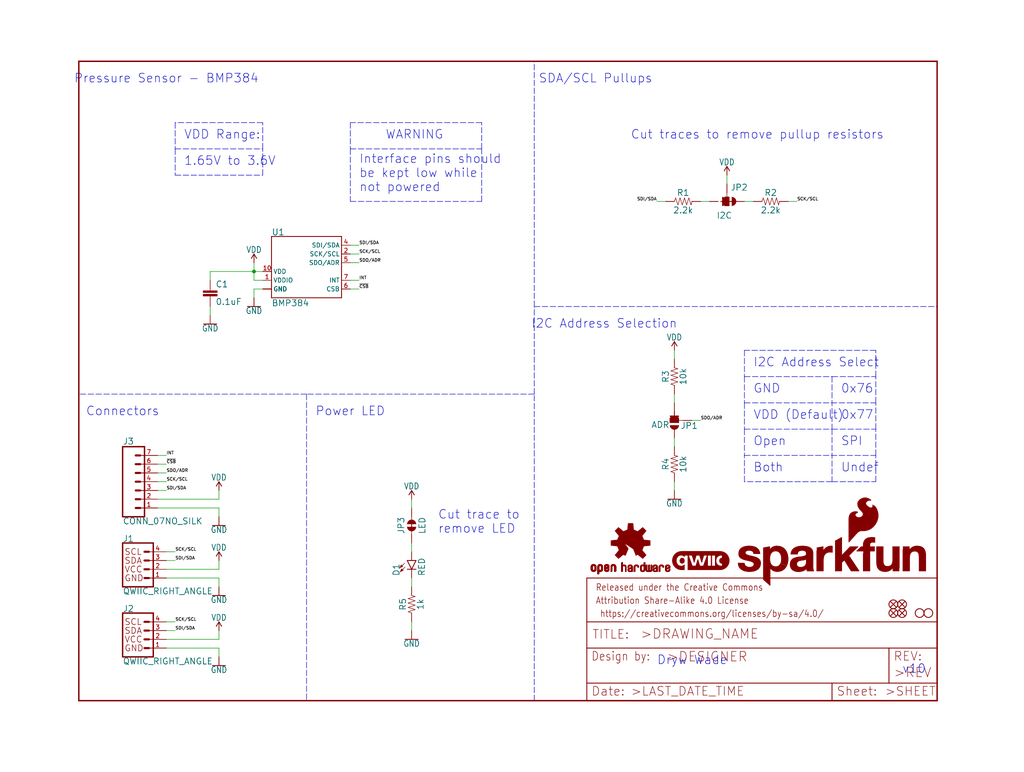
<source format=kicad_sch>
(kicad_sch (version 20211123) (generator eeschema)
  (paper "User" 297.002 223.926)
  (lib_symbols
    (symbol "eagleSchem-eagle-import:0.1UF-0603-25V-(+80{slash}-20%)"
      (property "Reference" "C" (at 1.524 2.921 0))
      (property "Value" "0.1UF-0603-25V-(+80{slash}-20%)" (at 1.524 -2.159 0))
      (symbol "0.1UF-0603-25V-(+80{slash}-20%)_1_0"
        (pin passive line (at 0 5.08 270) (length 2.54) (name "1") (number "1"))
        (pin passive line (at 0 -2.54 90) (length 2.54) (name "2") (number "2"))
      )
    )
    (symbol "eagleSchem-eagle-import:10KOHM-0603-1{slash}10W-1%"
      (property "Reference" "R" (at 0 1.524 0))
      (property "Value" "10KOHM-0603-1{slash}10W-1%" (at 0 -1.524 0))
      (symbol "10KOHM-0603-1{slash}10W-1%_1_0"
        (pin passive line (at -5.08 0 0) (length 2.54) (name "1") (number "1"))
        (pin passive line (at 5.08 0 180) (length 2.54) (name "2") (number "2"))
      )
    )
    (symbol "eagleSchem-eagle-import:1KOHM-0603-1{slash}10W-1%"
      (property "Reference" "R" (at 0 1.524 0))
      (property "Value" "1KOHM-0603-1{slash}10W-1%" (at 0 -1.524 0))
      (symbol "1KOHM-0603-1{slash}10W-1%_1_0"
        (pin passive line (at -5.08 0 0) (length 2.54) (name "1") (number "1"))
        (pin passive line (at 5.08 0 180) (length 2.54) (name "2") (number "2"))
      )
    )
    (symbol "eagleSchem-eagle-import:2.2KOHM-0603-1{slash}10W-1%"
      (property "Reference" "R" (at 0 1.524 0))
      (property "Value" "2.2KOHM-0603-1{slash}10W-1%" (at 0 -1.524 0))
      (symbol "2.2KOHM-0603-1{slash}10W-1%_1_0"
        (pin passive line (at -5.08 0 0) (length 2.54) (name "1") (number "1"))
        (pin passive line (at 5.08 0 180) (length 2.54) (name "2") (number "2"))
      )
    )
    (symbol "eagleSchem-eagle-import:BMP384"
      (property "Reference" "U" (at -12.7 7.874 0))
      (property "Value" "BMP384" (at -12.7 -12.7 0))
      (symbol "BMP384_1_0"
        (pin power_in line (at -15.24 -5.08 0) (length 2.54) (name "VDDIO") (number "1"))
        (pin power_in line (at -15.24 -2.54 0) (length 2.54) (name "VDD") (number "10"))
        (pin bidirectional line (at 10.16 2.54 180) (length 2.54) (name "SCK/SCL") (number "2"))
        (pin power_in line (at -15.24 -7.62 0) (length 2.54) (name "GND") (number "3"))
        (pin bidirectional line (at 10.16 5.08 180) (length 2.54) (name "SDI/SDA") (number "4"))
        (pin bidirectional line (at 10.16 0 180) (length 2.54) (name "SDO/ADR") (number "5"))
        (pin input line (at 10.16 -7.62 180) (length 2.54) (name "CSB") (number "6"))
        (pin output line (at 10.16 -5.08 180) (length 2.54) (name "INT") (number "7"))
        (pin power_in line (at -15.24 -7.62 0) (length 2.54) (name "GND") (number "8"))
        (pin power_in line (at -15.24 -7.62 0) (length 2.54) (name "GND") (number "9"))
      )
    )
    (symbol "eagleSchem-eagle-import:CONN_07NO_SILK"
      (property "Reference" "J" (at -5.08 13.208 0))
      (property "Value" "CONN_07NO_SILK" (at -5.08 -9.906 0))
      (symbol "CONN_07NO_SILK_1_0"
        (pin passive line (at 5.08 -5.08 180) (length 5.08) (name "1") (number "1"))
        (pin passive line (at 5.08 -2.54 180) (length 5.08) (name "2") (number "2"))
        (pin passive line (at 5.08 0 180) (length 5.08) (name "3") (number "3"))
        (pin passive line (at 5.08 2.54 180) (length 5.08) (name "4") (number "4"))
        (pin passive line (at 5.08 5.08 180) (length 5.08) (name "5") (number "5"))
        (pin passive line (at 5.08 7.62 180) (length 5.08) (name "6") (number "6"))
        (pin passive line (at 5.08 10.16 180) (length 5.08) (name "7") (number "7"))
      )
    )
    (symbol "eagleSchem-eagle-import:FIDUCIAL1X2")
    (symbol "eagleSchem-eagle-import:FRAME-LETTER"
      (symbol "FRAME-LETTER_2_0"
        (text " https://creativecommons.org/licenses/by-sa/4.0/" (at 2.54 24.13 0) (effects (font (size 1.9304 1.6408)) (justify left bottom)))
        (text ">DESIGNER" (at 23.114 11.176 0) (effects (font (size 2.7432 2.7432)) (justify left bottom)))
        (text ">DRAWING_NAME" (at 15.494 17.78 0) (effects (font (size 2.7432 2.7432)) (justify left bottom)))
        (text ">LAST_DATE_TIME" (at 12.7 1.27 0) (effects (font (size 2.54 2.54)) (justify left bottom)))
        (text ">REV" (at 88.9 6.604 0) (effects (font (size 2.7432 2.7432)) (justify left bottom)))
        (text ">SHEET" (at 86.36 1.27 0) (effects (font (size 2.54 2.54)) (justify left bottom)))
        (text "Attribution Share-Alike 4.0 License" (at 2.54 27.94 0) (effects (font (size 1.9304 1.6408)) (justify left bottom)))
        (text "Date:" (at 1.27 1.27 0) (effects (font (size 2.54 2.54)) (justify left bottom)))
        (text "Design by:" (at 1.27 11.43 0) (effects (font (size 2.54 2.159)) (justify left bottom)))
        (text "Released under the Creative Commons" (at 2.54 31.75 0) (effects (font (size 1.9304 1.6408)) (justify left bottom)))
        (text "REV:" (at 88.9 11.43 0) (effects (font (size 2.54 2.54)) (justify left bottom)))
        (text "Sheet:" (at 72.39 1.27 0) (effects (font (size 2.54 2.54)) (justify left bottom)))
        (text "TITLE:" (at 1.524 17.78 0) (effects (font (size 2.54 2.54)) (justify left bottom)))
      )
    )
    (symbol "eagleSchem-eagle-import:GND" (power)
      (property "Value" "GND" (at 0 -0.254 0))
      (symbol "GND_1_0"
        (pin power_in line (at 0 2.54 270) (length 2.54) (name "GND") (number "1"))
      )
    )
    (symbol "eagleSchem-eagle-import:JUMPER-SMT_2_NC_TRACE_SILK"
      (property "Reference" "JP" (at 0 3.048 0))
      (property "Value" "JUMPER-SMT_2_NC_TRACE_SILK" (at 0 -3.048 0))
      (symbol "JUMPER-SMT_2_NC_TRACE_SILK_1_0"
        (pin passive line (at -5.08 0 0) (length 2.54) (name "1") (number "1"))
        (pin passive line (at 5.08 0 180) (length 2.54) (name "2") (number "2"))
      )
    )
    (symbol "eagleSchem-eagle-import:JUMPER-SMT_3_1-NC_TRACE_SILK"
      (property "Reference" "JP" (at 5.842 1.524 0))
      (property "Value" "JUMPER-SMT_3_1-NC_TRACE_SILK" (at 6.604 -1.27 0))
      (symbol "JUMPER-SMT_3_1-NC_TRACE_SILK_1_0"
        (pin passive line (at 0 5.08 270) (length 2.54) (name "1") (number "1"))
        (pin passive line (at -5.08 0 0) (length 2.54) (name "2") (number "2"))
        (pin passive line (at 0 -5.08 90) (length 2.54) (name "3") (number "3"))
      )
    )
    (symbol "eagleSchem-eagle-import:JUMPER-SMT_3_2-NC_TRACE_SILK"
      (property "Reference" "JP" (at 6.096 1.524 0))
      (property "Value" "JUMPER-SMT_3_2-NC_TRACE_SILK" (at 6.858 -1.524 0))
      (symbol "JUMPER-SMT_3_2-NC_TRACE_SILK_1_0"
        (pin passive line (at 0 5.08 270) (length 2.54) (name "1") (number "1"))
        (pin passive line (at -5.08 0 0) (length 2.54) (name "2") (number "2"))
        (pin passive line (at 0 -5.08 90) (length 2.54) (name "3") (number "3"))
      )
    )
    (symbol "eagleSchem-eagle-import:LED-RED0603"
      (property "Reference" "D" (at -3.429 -4.572 90))
      (property "Value" "LED-RED0603" (at 1.905 -4.572 90))
      (symbol "LED-RED0603_1_0"
        (pin passive line (at 0 2.54 270) (length 2.54) (name "A") (number "A"))
        (pin passive line (at 0 -5.08 90) (length 2.54) (name "C") (number "C"))
      )
    )
    (symbol "eagleSchem-eagle-import:OSHW-LOGOS")
    (symbol "eagleSchem-eagle-import:QWIIC_CONNECTORJS-1MM"
      (property "Reference" "J" (at -5.08 7.874 0))
      (property "Value" "QWIIC_CONNECTORJS-1MM" (at -5.08 -5.334 0))
      (symbol "QWIIC_CONNECTORJS-1MM_1_0"
        (text "GND" (at -4.572 -2.54 0) (effects (font (size 1.778 1.778)) (justify left)))
        (text "SCL" (at -4.572 5.08 0) (effects (font (size 1.778 1.778)) (justify left)))
        (text "SDA" (at -4.572 2.54 0) (effects (font (size 1.778 1.778)) (justify left)))
        (text "VCC" (at -4.572 0 0) (effects (font (size 1.778 1.778)) (justify left)))
        (pin power_in line (at 7.62 -2.54 180) (length 5.08) (name "1") (number "1"))
        (pin power_in line (at 7.62 0 180) (length 5.08) (name "2") (number "2"))
        (pin passive line (at 7.62 2.54 180) (length 5.08) (name "3") (number "3"))
        (pin passive line (at 7.62 5.08 180) (length 5.08) (name "4") (number "4"))
      )
    )
    (symbol "eagleSchem-eagle-import:QWIIC_LOGO_5MM")
    (symbol "eagleSchem-eagle-import:SFE_LOGO_FLAME.2_INCH")
    (symbol "eagleSchem-eagle-import:SFE_LOGO_NAME_FLAME.1_INCH")
    (symbol "eagleSchem-eagle-import:STAND-OFF")
    (symbol "eagleSchem-eagle-import:VDD" (power)
      (property "Value" "VDD" (at 0 2.794 0))
      (symbol "VDD_1_0"
        (pin power_in line (at 0 0 90) (length 2.54) (name "VDD") (number "1"))
      )
    )
  )
  (junction (at 73.66 78.74))
  (wire (pts (xy 45.72 147.32) (xy 63.5 147.32)))
  (wire (pts (xy 45.72 139.7) (xy 48.26 139.7)))
  (wire (pts (xy 63.5 187.96) (xy 63.5 190.5)))
  (wire (pts (xy 210.82 53.34) (xy 210.82 50.8)))
  (polyline (pts (xy 254 132.08) (xy 254 124.46)))
  (polyline (pts (xy 254 139.7) (xy 254 132.08)))
  (polyline (pts (xy 254 116.84) (xy 254 109.22)))
  (wire (pts (xy 195.58 142.24) (xy 195.58 139.7)))
  (wire (pts (xy 76.2 78.74) (xy 73.66 78.74)))
  (wire (pts (xy 48.26 185.42) (xy 63.5 185.42)))
  (wire (pts (xy 45.72 142.24) (xy 48.26 142.24)))
  (wire (pts (xy 195.58 127) (xy 195.58 129.54)))
  (polyline (pts (xy 215.9 116.84) (xy 215.9 124.46)))
  (polyline (pts (xy 241.3 139.7) (xy 254 139.7)))
  (wire (pts (xy 119.38 147.32) (xy 119.38 144.78)))
  (polyline (pts (xy 215.9 109.22) (xy 215.9 116.84)))
  (polyline (pts (xy 241.3 109.22) (xy 241.3 124.46)))
  (wire (pts (xy 119.38 182.88) (xy 119.38 180.34)))
  (polyline (pts (xy 50.8 43.18) (xy 50.8 50.8)))
  (wire (pts (xy 119.38 167.64) (xy 119.38 170.18)))
  (polyline (pts (xy 139.7 35.56) (xy 101.6 35.56)))
  (polyline (pts (xy 88.9 114.3) (xy 22.86 114.3)))
  (wire (pts (xy 48.26 162.56) (xy 50.8 162.56)))
  (wire (pts (xy 45.72 137.16) (xy 48.26 137.16)))
  (wire (pts (xy 63.5 165.1) (xy 63.5 162.56)))
  (wire (pts (xy 45.72 134.62) (xy 48.26 134.62)))
  (polyline (pts (xy 154.94 114.3) (xy 88.9 114.3)))
  (polyline (pts (xy 154.94 88.9) (xy 271.78 88.9)))
  (wire (pts (xy 48.26 182.88) (xy 50.8 182.88)))
  (wire (pts (xy 73.66 83.82) (xy 73.66 86.36)))
  (polyline (pts (xy 76.2 50.8) (xy 76.2 43.18)))
  (wire (pts (xy 63.5 144.78) (xy 63.5 142.24)))
  (wire (pts (xy 101.6 81.28) (xy 104.14 81.28)))
  (wire (pts (xy 48.26 187.96) (xy 63.5 187.96)))
  (wire (pts (xy 76.2 83.82) (xy 73.66 83.82)))
  (wire (pts (xy 48.26 167.64) (xy 63.5 167.64)))
  (polyline (pts (xy 88.9 114.3) (xy 88.9 203.2)))
  (wire (pts (xy 48.26 160.02) (xy 50.8 160.02)))
  (polyline (pts (xy 101.6 58.42) (xy 139.7 58.42)))
  (polyline (pts (xy 76.2 43.18) (xy 76.2 35.56)))
  (wire (pts (xy 228.6 58.42) (xy 231.14 58.42)))
  (wire (pts (xy 218.44 58.42) (xy 215.9 58.42)))
  (polyline (pts (xy 241.3 109.22) (xy 254 109.22)))
  (wire (pts (xy 101.6 76.2) (xy 104.14 76.2)))
  (wire (pts (xy 195.58 116.84) (xy 195.58 114.3)))
  (polyline (pts (xy 215.9 116.84) (xy 254 116.84)))
  (polyline (pts (xy 76.2 35.56) (xy 50.8 35.56)))
  (polyline (pts (xy 215.9 132.08) (xy 254 132.08)))
  (polyline (pts (xy 154.94 203.2) (xy 154.94 114.3)))
  (polyline (pts (xy 215.9 109.22) (xy 241.3 109.22)))
  (wire (pts (xy 60.96 91.44) (xy 60.96 88.9)))
  (polyline (pts (xy 254 101.6) (xy 215.9 101.6)))
  (wire (pts (xy 63.5 147.32) (xy 63.5 149.86)))
  (polyline (pts (xy 101.6 35.56) (xy 101.6 43.18)))
  (wire (pts (xy 195.58 104.14) (xy 195.58 101.6)))
  (wire (pts (xy 101.6 73.66) (xy 104.14 73.66)))
  (polyline (pts (xy 254 109.22) (xy 254 101.6)))
  (polyline (pts (xy 101.6 43.18) (xy 101.6 58.42)))
  (polyline (pts (xy 139.7 58.42) (xy 139.7 43.18)))
  (polyline (pts (xy 101.6 43.18) (xy 139.7 43.18)))
  (polyline (pts (xy 50.8 43.18) (xy 76.2 43.18)))
  (wire (pts (xy 101.6 83.82) (xy 104.14 83.82)))
  (polyline (pts (xy 241.3 124.46) (xy 254 124.46)))
  (wire (pts (xy 60.96 78.74) (xy 73.66 78.74)))
  (polyline (pts (xy 139.7 43.18) (xy 139.7 35.56)))
  (wire (pts (xy 60.96 81.28) (xy 60.96 78.74)))
  (polyline (pts (xy 215.9 124.46) (xy 215.9 132.08)))
  (polyline (pts (xy 50.8 50.8) (xy 76.2 50.8)))
  (wire (pts (xy 45.72 144.78) (xy 63.5 144.78)))
  (polyline (pts (xy 154.94 114.3) (xy 154.94 88.9)))
  (wire (pts (xy 200.66 121.92) (xy 203.2 121.92)))
  (polyline (pts (xy 215.9 139.7) (xy 215.9 132.08)))
  (wire (pts (xy 76.2 81.28) (xy 73.66 81.28)))
  (wire (pts (xy 73.66 81.28) (xy 73.66 78.74)))
  (wire (pts (xy 190.5 58.42) (xy 193.04 58.42)))
  (polyline (pts (xy 215.9 124.46) (xy 241.3 124.46)))
  (wire (pts (xy 45.72 132.08) (xy 48.26 132.08)))
  (polyline (pts (xy 50.8 35.56) (xy 50.8 43.18)))
  (wire (pts (xy 101.6 71.12) (xy 104.14 71.12)))
  (wire (pts (xy 205.74 58.42) (xy 203.2 58.42)))
  (polyline (pts (xy 154.94 88.9) (xy 154.94 17.78)))
  (polyline (pts (xy 215.9 101.6) (xy 215.9 109.22)))
  (wire (pts (xy 48.26 165.1) (xy 63.5 165.1)))
  (wire (pts (xy 48.26 180.34) (xy 50.8 180.34)))
  (wire (pts (xy 73.66 78.74) (xy 73.66 76.2)))
  (wire (pts (xy 119.38 157.48) (xy 119.38 160.02)))
  (polyline (pts (xy 254 124.46) (xy 254 116.84)))
  (wire (pts (xy 63.5 185.42) (xy 63.5 182.88)))
  (wire (pts (xy 63.5 167.64) (xy 63.5 170.18)))
  (polyline (pts (xy 241.3 139.7) (xy 215.9 139.7)))
  (polyline (pts (xy 241.3 124.46) (xy 241.3 139.7)))
  (text "Pressure Sensor - BMP384" (at 48.26 22.86 180) (effects (font (size 2.54 2.54))))
  (text "0x76" (at 243.84 114.3 180) (effects (font (size 2.54 2.54)) (justify left bottom)))
  (text "Interface pins should\nbe kept low while\nnot powered~{}" (at 104.14 55.88 0) (effects (font (size 2.54 2.54)) (justify left bottom)))
  (text "Cut traces to remove pullup resistors" (at 182.88 40.64 180) (effects (font (size 2.54 2.54)) (justify left bottom)))
  (text "VDD Range:" (at 53.34 40.64 180) (effects (font (size 2.54 2.54)) (justify left bottom)))
  (text "Cut trace to\nremove LED" (at 127 154.94 180) (effects (font (size 2.54 2.54)) (justify left bottom)))
  (text "I2C Address Select" (at 218.44 106.68 180) (effects (font (size 2.54 2.54)) (justify left bottom)))
  (text "Both" (at 218.44 137.16 180) (effects (font (size 2.54 2.54)) (justify left bottom)))
  (text "WARNING" (at 111.76 40.64 180) (effects (font (size 2.54 2.54)) (justify left bottom)))
  (text "Undef" (at 243.84 137.16 180) (effects (font (size 2.54 2.54)) (justify left bottom)))
  (text "1.65V to 3.6V" (at 53.34 48.26 180) (effects (font (size 2.54 2.54)) (justify left bottom)))
  (text "GND" (at 218.44 114.3 180) (effects (font (size 2.54 2.54)) (justify left bottom)))
  (text "Power LED" (at 101.6 119.38 180) (effects (font (size 2.54 2.54))))
  (text "I2C Address Selection" (at 175.26 93.98 180) (effects (font (size 2.54 2.54))))
  (text "Open" (at 218.44 129.54 180) (effects (font (size 2.54 2.54)) (justify left bottom)))
  (text "0x77" (at 243.84 121.92 180) (effects (font (size 2.54 2.54)) (justify left bottom)))
  (text "SPI" (at 243.84 129.54 180) (effects (font (size 2.54 2.54)) (justify left bottom)))
  (text "SDA/SCL Pullups" (at 172.72 22.86 180) (effects (font (size 2.54 2.54))))
  (text "Dryw Wade" (at 190.5 193.04 180) (effects (font (size 2.54 2.54)) (justify left bottom)))
  (text "VDD (Default)" (at 218.44 121.92 180) (effects (font (size 2.54 2.54)) (justify left bottom)))
  (text "v10" (at 261.62 195.58 180) (effects (font (size 2.54 2.54)) (justify left bottom)))
  (text "Connectors" (at 35.56 119.38 180) (effects (font (size 2.54 2.54))))
  (label "SCK/SCL" (at 104.14 73.66 0) (effects (font (size 0.889 0.889))))
  (label "SDI/SDA" (at 50.8 182.88 0) (effects (font (size 0.889 0.889))))
  (label "SDO/ADR" (at 104.14 76.2 0) (effects (font (size 0.889 0.889))))
  (label "SCK/SCL" (at 50.8 160.02 0) (effects (font (size 0.889 0.889))))
  (label "SDI/SDA" (at 104.14 71.12 0) (effects (font (size 0.889 0.889))))
  (label "~{CSB}" (at 48.26 134.62 0) (effects (font (size 0.889 0.889))))
  (label "SCK/SCL" (at 231.14 58.42 0) (effects (font (size 0.889 0.889))))
  (label "~{CSB}" (at 104.14 83.82 0) (effects (font (size 0.889 0.889))))
  (label "INT" (at 48.26 132.08 0) (effects (font (size 0.889 0.889))))
  (label "SDI/SDA" (at 190.5 58.42 180) (effects (font (size 0.889 0.889))))
  (label "SDO/ADR" (at 203.2 121.92 0) (effects (font (size 0.889 0.889))))
  (label "SCK/SCL" (at 48.26 139.7 0) (effects (font (size 0.889 0.889))))
  (label "SDO/ADR" (at 48.26 137.16 0) (effects (font (size 0.889 0.889))))
  (label "SDI/SDA" (at 48.26 142.24 0) (effects (font (size 0.889 0.889))))
  (label "INT" (at 104.14 81.28 0) (effects (font (size 0.889 0.889))))
  (label "SCK/SCL" (at 50.8 180.34 0) (effects (font (size 0.889 0.889))))
  (label "SDI/SDA" (at 50.8 162.56 0) (effects (font (size 0.889 0.889))))
  (symbol (lib_id "eagleSchem-eagle-import:FRAME-LETTER") (at 22.86 203.2 0) (unit 1)
    (property "Reference" "FRAME1" (effects hide))
    (property "Value" "FRAME-LETTER" (effects hide))
    (property "Footprint" "eagleSchem:CREATIVE_COMMONS" (effects hide))
  )
  (symbol (lib_id "eagleSchem-eagle-import:GND") (at 63.5 193.04 0) (unit 1)
    (property "Reference" "#GND3" (effects hide))
    (property "Value" "GND" (at 63.5 193.294 0) (effects (font (size 1.778 1.5113)) (justify top)))
    (property "Footprint" "eagleSchem:" (effects hide))
  )
  (symbol (lib_id "eagleSchem-eagle-import:10KOHM-0603-1{slash}10W-1%") (at 195.58 109.22 90) (unit 1)
    (property "Reference" "R3" (at 194.056 109.22 0) (effects (font (size 1.778 1.778)) (justify bottom)))
    (property "Value" "10k" (at 197.104 109.22 0) (effects (font (size 1.778 1.778)) (justify top)))
    (property "Footprint" "eagleSchem:0603" (effects hide))
  )
  (symbol (lib_id "eagleSchem-eagle-import:GND") (at 60.96 93.98 0) (unit 1)
    (property "Reference" "#GND4" (effects hide))
    (property "Value" "GND" (at 60.96 94.234 0) (effects (font (size 1.778 1.5113)) (justify top)))
    (property "Footprint" "eagleSchem:" (effects hide))
  )
  (symbol (lib_id "eagleSchem-eagle-import:GND") (at 119.38 185.42 0) (unit 1)
    (property "Reference" "#GND7" (effects hide))
    (property "Value" "GND" (at 119.38 185.674 0) (effects (font (size 1.778 1.5113)) (justify top)))
    (property "Footprint" "eagleSchem:" (effects hide))
  )
  (symbol (lib_id "eagleSchem-eagle-import:GND") (at 63.5 172.72 0) (unit 1)
    (property "Reference" "#GND2" (effects hide))
    (property "Value" "GND" (at 63.5 172.974 0) (effects (font (size 1.778 1.5113)) (justify top)))
    (property "Footprint" "eagleSchem:" (effects hide))
  )
  (symbol (lib_id "eagleSchem-eagle-import:GND") (at 63.5 152.4 0) (unit 1)
    (property "Reference" "#GND5" (effects hide))
    (property "Value" "GND" (at 63.5 152.654 0) (effects (font (size 1.778 1.5113)) (justify top)))
    (property "Footprint" "eagleSchem:" (effects hide))
  )
  (symbol (lib_id "eagleSchem-eagle-import:SFE_LOGO_FLAME.2_INCH") (at 245.872 157.734 0) (unit 1)
    (property "Reference" "LOGO2" (effects hide))
    (property "Value" "SFE_LOGO_FLAME.2_INCH" (effects hide))
    (property "Footprint" "eagleSchem:SFE_LOGO_FLAME_.2" (effects hide))
  )
  (symbol (lib_id "eagleSchem-eagle-import:2.2KOHM-0603-1{slash}10W-1%") (at 198.12 58.42 0) (unit 1)
    (property "Reference" "R1" (at 198.12 56.896 0) (effects (font (size 1.778 1.778)) (justify bottom)))
    (property "Value" "2.2k" (at 198.12 59.944 0) (effects (font (size 1.778 1.778)) (justify top)))
    (property "Footprint" "eagleSchem:0603" (effects hide))
  )
  (symbol (lib_id "eagleSchem-eagle-import:QWIIC_CONNECTORJS-1MM") (at 40.64 185.42 0) (unit 1)
    (property "Reference" "J2" (at 35.56 177.546 0) (effects (font (size 1.778 1.778)) (justify left bottom)))
    (property "Value" "QWIIC_RIGHT_ANGLE" (at 35.56 190.754 0) (effects (font (size 1.778 1.778)) (justify left top)))
    (property "Footprint" "eagleSchem:JST04_1MM_RA" (effects hide))
  )
  (symbol (lib_id "eagleSchem-eagle-import:VDD") (at 63.5 162.56 0) (unit 1)
    (property "Reference" "#SUPPLY2" (effects hide))
    (property "Value" "VDD" (at 63.5 159.766 0) (effects (font (size 1.778 1.5113)) (justify bottom)))
    (property "Footprint" "eagleSchem:" (effects hide))
  )
  (symbol (lib_id "eagleSchem-eagle-import:FIDUCIAL1X2") (at 261.62 175.26 0) (unit 1)
    (property "Reference" "FD4" (effects hide))
    (property "Value" "FIDUCIAL1X2" (effects hide))
    (property "Footprint" "eagleSchem:FIDUCIAL-1X2" (effects hide))
  )
  (symbol (lib_id "eagleSchem-eagle-import:STAND-OFF") (at 269.24 177.8 0) (unit 1)
    (property "Reference" "H1" (effects hide))
    (property "Value" "STAND-OFF" (effects hide))
    (property "Footprint" "eagleSchem:STAND-OFF" (effects hide))
  )
  (symbol (lib_id "eagleSchem-eagle-import:SFE_LOGO_NAME_FLAME.1_INCH") (at 213.36 170.18 0) (unit 1)
    (property "Reference" "LOGO4" (effects hide))
    (property "Value" "SFE_LOGO_NAME_FLAME.1_INCH" (effects hide))
    (property "Footprint" "eagleSchem:SFE_LOGO_NAME_FLAME_.1" (effects hide))
  )
  (symbol (lib_id "eagleSchem-eagle-import:JUMPER-SMT_3_1-NC_TRACE_SILK") (at 195.58 121.92 180) (unit 1)
    (property "Reference" "JP1" (at 199.898 123.444 0) (effects (font (size 1.778 1.778))))
    (property "Value" "ADR" (at 191.516 123.19 0) (effects (font (size 1.778 1.778))))
    (property "Footprint" "eagleSchem:SMT-JUMPER_3_1-NC_TRACE_SILK" (effects hide))
  )
  (symbol (lib_id "eagleSchem-eagle-import:10KOHM-0603-1{slash}10W-1%") (at 195.58 134.62 90) (unit 1)
    (property "Reference" "R4" (at 194.056 134.62 0) (effects (font (size 1.778 1.778)) (justify bottom)))
    (property "Value" "10k" (at 197.104 134.62 0) (effects (font (size 1.778 1.778)) (justify top)))
    (property "Footprint" "eagleSchem:0603" (effects hide))
  )
  (symbol (lib_id "eagleSchem-eagle-import:GND") (at 195.58 144.78 0) (unit 1)
    (property "Reference" "#GND6" (effects hide))
    (property "Value" "GND" (at 195.58 145.034 0) (effects (font (size 1.778 1.5113)) (justify top)))
    (property "Footprint" "eagleSchem:" (effects hide))
  )
  (symbol (lib_id "eagleSchem-eagle-import:LED-RED0603") (at 119.38 162.56 0) (unit 1)
    (property "Reference" "D1" (at 115.951 167.132 90) (effects (font (size 1.778 1.778)) (justify left bottom)))
    (property "Value" "RED" (at 121.285 167.132 90) (effects (font (size 1.778 1.778)) (justify left top)))
    (property "Footprint" "eagleSchem:LED-0603" (effects hide))
  )
  (symbol (lib_id "eagleSchem-eagle-import:QWIIC_CONNECTORJS-1MM") (at 40.64 165.1 0) (unit 1)
    (property "Reference" "J1" (at 35.56 157.226 0) (effects (font (size 1.778 1.778)) (justify left bottom)))
    (property "Value" "QWIIC_RIGHT_ANGLE" (at 35.56 170.434 0) (effects (font (size 1.778 1.778)) (justify left top)))
    (property "Footprint" "eagleSchem:JST04_1MM_RA" (effects hide))
  )
  (symbol (lib_id "eagleSchem-eagle-import:VDD") (at 63.5 182.88 0) (unit 1)
    (property "Reference" "#SUPPLY3" (effects hide))
    (property "Value" "VDD" (at 63.5 180.086 0) (effects (font (size 1.778 1.5113)) (justify bottom)))
    (property "Footprint" "eagleSchem:" (effects hide))
  )
  (symbol (lib_id "eagleSchem-eagle-import:OSHW-LOGOS") (at 182.88 157.48 0) (unit 1)
    (property "Reference" "LOGO1" (effects hide))
    (property "Value" "OSHW-LOGOS" (effects hide))
    (property "Footprint" "eagleSchem:OSHW-LOGO-S" (effects hide))
  )
  (symbol (lib_id "eagleSchem-eagle-import:VDD") (at 210.82 50.8 0) (unit 1)
    (property "Reference" "#SUPPLY5" (effects hide))
    (property "Value" "VDD" (at 210.82 48.006 0) (effects (font (size 1.778 1.5113)) (justify bottom)))
    (property "Footprint" "eagleSchem:" (effects hide))
  )
  (symbol (lib_id "eagleSchem-eagle-import:FIDUCIAL1X2") (at 259.08 177.8 0) (unit 1)
    (property "Reference" "FD2" (effects hide))
    (property "Value" "FIDUCIAL1X2" (effects hide))
    (property "Footprint" "eagleSchem:FIDUCIAL-1X2" (effects hide))
  )
  (symbol (lib_id "eagleSchem-eagle-import:0.1UF-0603-25V-(+80{slash}-20%)") (at 60.96 86.36 0) (unit 1)
    (property "Reference" "C1" (at 62.484 83.439 0) (effects (font (size 1.778 1.778)) (justify left bottom)))
    (property "Value" "0.1uF" (at 62.484 88.519 0) (effects (font (size 1.778 1.778)) (justify left bottom)))
    (property "Footprint" "eagleSchem:0603" (effects hide))
  )
  (symbol (lib_id "eagleSchem-eagle-import:GND") (at 73.66 88.9 0) (unit 1)
    (property "Reference" "#GND1" (effects hide))
    (property "Value" "GND" (at 73.66 89.154 0) (effects (font (size 1.778 1.5113)) (justify top)))
    (property "Footprint" "eagleSchem:" (effects hide))
  )
  (symbol (lib_id "eagleSchem-eagle-import:QWIIC_LOGO_5MM") (at 203.2 162.56 0) (unit 1)
    (property "Reference" "LOGO3" (effects hide))
    (property "Value" "QWIIC_LOGO_5MM" (effects hide))
    (property "Footprint" "eagleSchem:QWIIC_5MM" (effects hide))
  )
  (symbol (lib_id "eagleSchem-eagle-import:FIDUCIAL1X2") (at 261.62 177.8 0) (unit 1)
    (property "Reference" "FD1" (effects hide))
    (property "Value" "FIDUCIAL1X2" (effects hide))
    (property "Footprint" "eagleSchem:FIDUCIAL-1X2" (effects hide))
  )
  (symbol (lib_id "eagleSchem-eagle-import:VDD") (at 195.58 101.6 0) (unit 1)
    (property "Reference" "#SUPPLY7" (effects hide))
    (property "Value" "VDD" (at 195.58 98.806 0) (effects (font (size 1.778 1.5113)) (justify bottom)))
    (property "Footprint" "eagleSchem:" (effects hide))
  )
  (symbol (lib_id "eagleSchem-eagle-import:VDD") (at 73.66 76.2 0) (unit 1)
    (property "Reference" "#SUPPLY1" (effects hide))
    (property "Value" "VDD" (at 73.66 73.406 0) (effects (font (size 1.778 1.5113)) (justify bottom)))
    (property "Footprint" "eagleSchem:" (effects hide))
  )
  (symbol (lib_id "eagleSchem-eagle-import:FRAME-LETTER") (at 170.18 203.2 0) (unit 2)
    (property "Reference" "FRAME1" (effects hide))
    (property "Value" "FRAME-LETTER" (effects hide))
    (property "Footprint" "eagleSchem:CREATIVE_COMMONS" (effects hide))
  )
  (symbol (lib_id "eagleSchem-eagle-import:JUMPER-SMT_3_2-NC_TRACE_SILK") (at 210.82 58.42 270) (unit 1)
    (property "Reference" "JP2" (at 214.376 54.356 90) (effects (font (size 1.778 1.778))))
    (property "Value" "I2C" (at 210.058 62.484 90) (effects (font (size 1.778 1.778))))
    (property "Footprint" "eagleSchem:SMT-JUMPER_3_2-NC_TRACE_SILK" (effects hide))
  )
  (symbol (lib_id "eagleSchem-eagle-import:VDD") (at 63.5 142.24 0) (unit 1)
    (property "Reference" "#SUPPLY6" (effects hide))
    (property "Value" "VDD" (at 63.5 139.446 0) (effects (font (size 1.778 1.5113)) (justify bottom)))
    (property "Footprint" "eagleSchem:" (effects hide))
  )
  (symbol (lib_id "eagleSchem-eagle-import:STAND-OFF") (at 266.7 177.8 0) (unit 1)
    (property "Reference" "H2" (effects hide))
    (property "Value" "STAND-OFF" (effects hide))
    (property "Footprint" "eagleSchem:STAND-OFF" (effects hide))
  )
  (symbol (lib_id "eagleSchem-eagle-import:BMP384") (at 91.44 76.2 0) (unit 1)
    (property "Reference" "U1" (at 78.74 68.326 0) (effects (font (size 1.778 1.778)) (justify left bottom)))
    (property "Value" "BMP384" (at 78.74 88.9 0) (effects (font (size 1.778 1.778)) (justify left bottom)))
    (property "Footprint" "eagleSchem:LGA-10" (effects hide))
  )
  (symbol (lib_id "eagleSchem-eagle-import:1KOHM-0603-1{slash}10W-1%") (at 119.38 175.26 90) (unit 1)
    (property "Reference" "R5" (at 117.856 175.26 0) (effects (font (size 1.778 1.778)) (justify bottom)))
    (property "Value" "1k" (at 120.904 175.26 0) (effects (font (size 1.778 1.778)) (justify top)))
    (property "Footprint" "eagleSchem:0603" (effects hide))
  )
  (symbol (lib_id "eagleSchem-eagle-import:VDD") (at 119.38 144.78 0) (unit 1)
    (property "Reference" "#SUPPLY4" (effects hide))
    (property "Value" "VDD" (at 119.38 141.986 0) (effects (font (size 1.778 1.5113)) (justify bottom)))
    (property "Footprint" "eagleSchem:" (effects hide))
  )
  (symbol (lib_id "eagleSchem-eagle-import:CONN_07NO_SILK") (at 40.64 142.24 0) (unit 1)
    (property "Reference" "J3" (at 35.56 129.032 0) (effects (font (size 1.778 1.778)) (justify left bottom)))
    (property "Value" "CONN_07NO_SILK" (at 35.56 152.146 0) (effects (font (size 1.778 1.778)) (justify left bottom)))
    (property "Footprint" "eagleSchem:1X07_NO_SILK" (effects hide))
  )
  (symbol (lib_id "eagleSchem-eagle-import:JUMPER-SMT_2_NC_TRACE_SILK") (at 119.38 152.4 90) (unit 1)
    (property "Reference" "JP3" (at 116.332 152.4 0) (effects (font (size 1.778 1.778))))
    (property "Value" "LED" (at 122.428 152.4 0) (effects (font (size 1.778 1.778))))
    (property "Footprint" "eagleSchem:SMT-JUMPER_2_NC_TRACE_SILK" (effects hide))
  )
  (symbol (lib_id "eagleSchem-eagle-import:FIDUCIAL1X2") (at 259.08 175.26 0) (unit 1)
    (property "Reference" "FD3" (effects hide))
    (property "Value" "FIDUCIAL1X2" (effects hide))
    (property "Footprint" "eagleSchem:FIDUCIAL-1X2" (effects hide))
  )
  (symbol (lib_id "eagleSchem-eagle-import:2.2KOHM-0603-1{slash}10W-1%") (at 223.52 58.42 0) (unit 1)
    (property "Reference" "R2" (at 223.52 56.896 0) (effects (font (size 1.778 1.778)) (justify bottom)))
    (property "Value" "2.2k" (at 223.52 59.944 0) (effects (font (size 1.778 1.778)) (justify top)))
    (property "Footprint" "eagleSchem:0603" (effects hide))
  )
)
</source>
